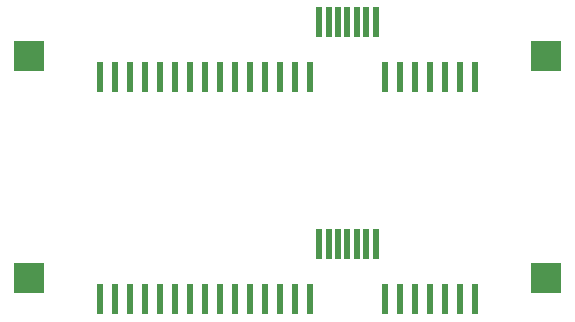
<source format=gbr>
%TF.GenerationSoftware,KiCad,Pcbnew,(5.1.10)-1*%
%TF.CreationDate,2021-07-14T07:55:42+08:00*%
%TF.ProjectId,2.5_SAS_Backend,322e355f-5341-4535-9f42-61636b656e64,rev?*%
%TF.SameCoordinates,Original*%
%TF.FileFunction,Paste,Bot*%
%TF.FilePolarity,Positive*%
%FSLAX46Y46*%
G04 Gerber Fmt 4.6, Leading zero omitted, Abs format (unit mm)*
G04 Created by KiCad (PCBNEW (5.1.10)-1) date 2021-07-14 07:55:42*
%MOMM*%
%LPD*%
G01*
G04 APERTURE LIST*
%ADD10R,2.600000X2.600000*%
%ADD11R,0.600000X2.530000*%
%ADD12R,0.500000X2.530000*%
G04 APERTURE END LIST*
D10*
%TO.C,U4*%
X93630000Y-55880000D03*
X49880000Y-55880000D03*
D11*
X87630000Y-57710000D03*
X86360000Y-57710000D03*
X85090000Y-57710000D03*
X83820000Y-57710000D03*
X82550000Y-57710000D03*
X81280000Y-57710000D03*
X80010000Y-57710000D03*
D12*
X79235000Y-53040000D03*
X78435000Y-53040000D03*
X77635000Y-53040000D03*
X76835000Y-53040000D03*
X76035000Y-53040000D03*
X75235000Y-53040000D03*
X74435000Y-53040000D03*
D11*
X73660000Y-57710000D03*
X72390000Y-57710000D03*
X71120000Y-57710000D03*
X69850000Y-57710000D03*
X68580000Y-57710000D03*
X67310000Y-57710000D03*
X66040000Y-57710000D03*
X64770000Y-57710000D03*
X63500000Y-57710000D03*
X62230000Y-57710000D03*
X60960000Y-57710000D03*
X59690000Y-57710000D03*
X58420000Y-57710000D03*
X57150000Y-57710000D03*
X55880000Y-57710000D03*
%TD*%
D10*
%TO.C,U1*%
X93630000Y-37084000D03*
X49880000Y-37084000D03*
D11*
X87630000Y-38914000D03*
X86360000Y-38914000D03*
X85090000Y-38914000D03*
X83820000Y-38914000D03*
X82550000Y-38914000D03*
X81280000Y-38914000D03*
X80010000Y-38914000D03*
D12*
X79235000Y-34244000D03*
X78435000Y-34244000D03*
X77635000Y-34244000D03*
X76835000Y-34244000D03*
X76035000Y-34244000D03*
X75235000Y-34244000D03*
X74435000Y-34244000D03*
D11*
X73660000Y-38914000D03*
X72390000Y-38914000D03*
X71120000Y-38914000D03*
X69850000Y-38914000D03*
X68580000Y-38914000D03*
X67310000Y-38914000D03*
X66040000Y-38914000D03*
X64770000Y-38914000D03*
X63500000Y-38914000D03*
X62230000Y-38914000D03*
X60960000Y-38914000D03*
X59690000Y-38914000D03*
X58420000Y-38914000D03*
X57150000Y-38914000D03*
X55880000Y-38914000D03*
%TD*%
M02*

</source>
